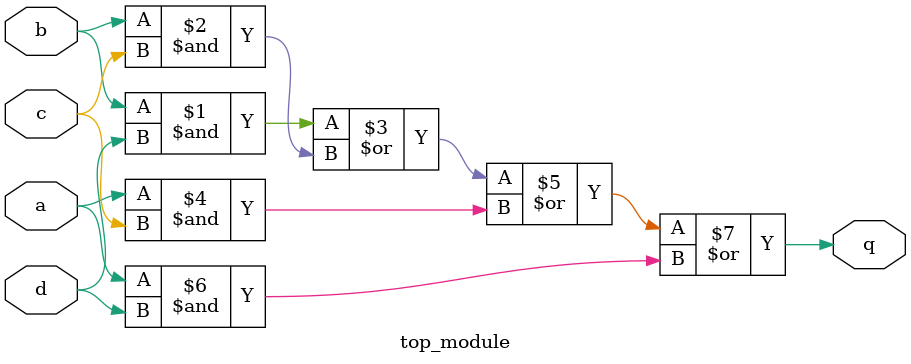
<source format=v>
module top_module (
    input a,
    input b,
    input c,
    input d,
    output q );//

    assign q = (b&d) | (b&c)|(a&c)|(a&d); // Fix me

endmodule

</source>
